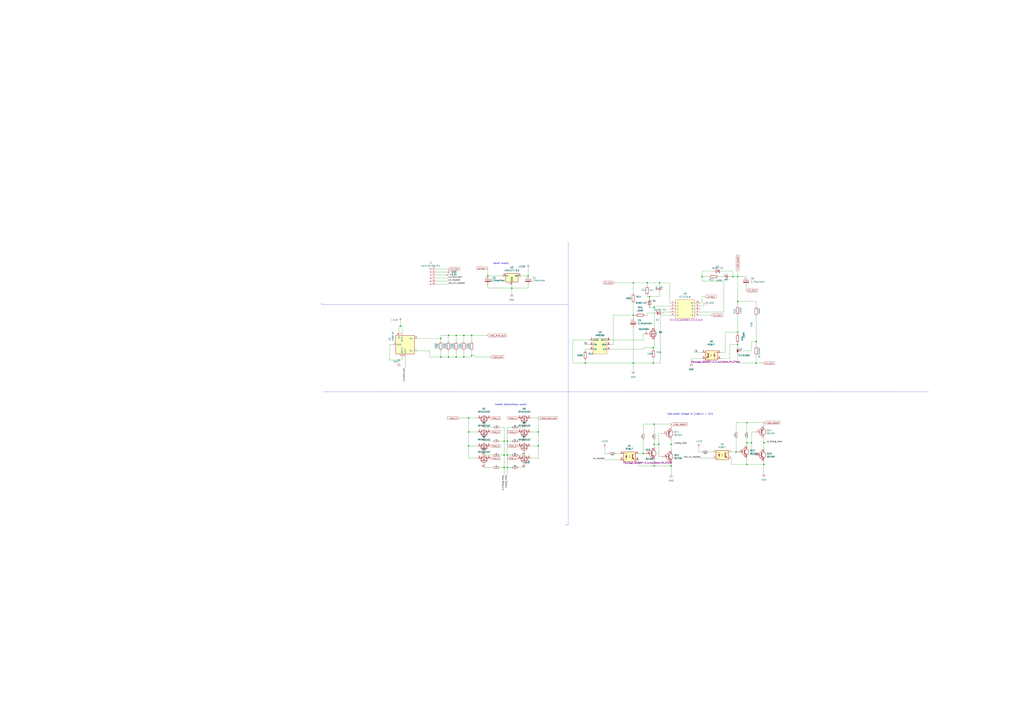
<source format=kicad_sch>
(kicad_sch (version 20231120) (generator "eeschema") (generator_version "8.0")
  (paper "A1")
  (lib_symbols
    (symbol "AP8266:AP8266"
      (property "Reference" "U" (at 2.54 12.7 0))
      (property "Value" "AP8266" (at 2.54 10.16 0))
      (symbol "AP8266_1_1"
        (pin power_in line (at -7.62 5.08 0) (length 2.54) (name "GND") (number "1"))
        (pin input line (at -7.62 1.27 0) (length 2.54) (name "FB") (number "2"))
        (pin input line (at -7.62 -2.54 0) (length 2.54) (name "TS") (number "3"))
        (pin input line (at 8.89 -2.54 180) (length 2.54) (name "CS") (number "4"))
        (pin power_in line (at 8.89 1.27 180) (length 2.54) (name "VDD") (number "5"))
        (pin output line (at 8.89 5.08 180) (length 2.54) (name "GATE") (number "6"))
      )
    )
    (symbol "Amplifier_Current:AD8418"
      (property "Reference" "U" (at -7.62 10.795 0))
      (property "Value" "AD8418" (at -7.62 8.89 0))
      (symbol "AD8418_1_1"
        (pin input line (at 5.08 10.16 270) (length 2.54) (name "IN-") (number "1"))
        (pin power_in line (at 0 -10.16 90) (length 2.54) (name "GND") (number "2"))
        (pin input line (at 10.16 -2.54 180) (length 2.54) (name "REF2") (number "3"))
        (pin no_connect line (at 2.54 -7.62 90) (length 2.54) hide (name "NC") (number "4"))
        (pin output line (at 10.16 0 180) (length 2.54) (name "OUT") (number "5"))
        (pin power_in line (at -10.16 -5.08 0) (length 2.54) (name "VS") (number "6"))
        (pin input line (at -10.16 -2.54 0) (length 2.54) (name "REF1") (number "7"))
        (pin input line (at -5.08 10.16 270) (length 2.54) (name "IN+") (number "8"))
      )
    )
    (symbol "Connector:Conn_01x06_Pin" (pin_names (offset 1.016) hide)
      (property "Reference" "J" (at 0 7.62 0))
      (property "Value" "Conn_01x06_Pin" (at 0 -10.16 0))
      (symbol "Conn_01x06_Pin_1_1"
        (pin passive line (at 5.08 5.08 180) (length 3.81) (name "Pin_1") (number "1"))
        (pin passive line (at 5.08 2.54 180) (length 3.81) (name "Pin_2") (number "2"))
        (pin passive line (at 5.08 0 180) (length 3.81) (name "Pin_3") (number "3"))
        (pin passive line (at 5.08 -2.54 180) (length 3.81) (name "Pin_4") (number "4"))
        (pin passive line (at 5.08 -5.08 180) (length 3.81) (name "Pin_5") (number "5"))
        (pin passive line (at 5.08 -7.62 180) (length 3.81) (name "Pin_6") (number "6"))
      )
    )
    (symbol "Device:C_Polarized" (pin_numbers hide) (pin_names (offset 0.254))
      (property "Reference" "C" (at 0.635 2.54 0))
      (property "Value" "C_Polarized" (at 0.635 -2.54 0))
      (symbol "C_Polarized_1_1"
        (pin passive line (at 0 3.81 270) (length 2.794) (name "~") (number "1"))
        (pin passive line (at 0 -3.81 90) (length 2.794) (name "~") (number "2"))
      )
    )
    (symbol "Device:C_Small" (pin_numbers hide) (pin_names (offset 0.254) hide)
      (property "Reference" "C" (at 0.254 1.778 0))
      (property "Value" "C_Small" (at 0.254 -2.032 0))
      (symbol "C_Small_1_1"
        (pin passive line (at 0 2.54 270) (length 2.032) (name "~") (number "1"))
        (pin passive line (at 0 -2.54 90) (length 2.032) (name "~") (number "2"))
      )
    )
    (symbol "Device:R" (pin_numbers hide) (pin_names (offset 0))
      (property "Reference" "R" (at 2.032 0 90))
      (property "Value" "R" (at 0 0 90))
      (symbol "R_1_1"
        (pin passive line (at 0 3.81 270) (length 1.27) (name "~") (number "1"))
        (pin passive line (at 0 -3.81 90) (length 1.27) (name "~") (number "2"))
      )
    )
    (symbol "Device:R_Small" (pin_numbers hide) (pin_names (offset 0.254) hide)
      (property "Reference" "R" (at 0.762 0.508 0))
      (property "Value" "R_Small" (at 0.762 -1.016 0))
      (symbol "R_Small_1_1"
        (pin passive line (at 0 2.54 270) (length 0.762) (name "~") (number "1"))
        (pin passive line (at 0 -2.54 90) (length 0.762) (name "~") (number "2"))
      )
    )
    (symbol "Diode:B160-E3" (pin_numbers hide) (pin_names hide)
      (property "Reference" "D" (at 0 2.54 0))
      (property "Value" "B160-E3" (at 0 -2.54 0))
      (symbol "B160-E3_1_1"
        (pin passive line (at -3.81 0 0) (length 2.54) (name "K") (number "1"))
        (pin passive line (at 3.81 0 180) (length 2.54) (name "A") (number "2"))
      )
    )
    (symbol "EE13_6_6:EE13_6_6" (pin_names (offset 1.016))
      (property "Reference" "U" (at -7.62 8.382 0))
      (property "Value" "EE13_6_6" (at -7.62 -10.16 0))
      (symbol "EE13_6_6_0_0"
        (pin passive line (at -12.7 5.08 0) (length 5.08) (name "1") (number "1"))
        (pin passive line (at 12.7 5.08 180) (length 5.08) (name "10") (number "10"))
        (pin passive line (at -12.7 2.54 0) (length 5.08) (name "2") (number "2"))
        (pin passive line (at -12.7 0 0) (length 5.08) (name "3") (number "3"))
        (pin passive line (at -12.7 -2.54 0) (length 5.08) (name "4") (number "4"))
        (pin passive line (at -12.7 -5.08 0) (length 5.08) (name "5") (number "5"))
        (pin passive line (at 12.7 -5.08 180) (length 5.08) (name "6") (number "6"))
        (pin passive line (at 12.7 -2.54 180) (length 5.08) (name "7") (number "7"))
        (pin passive line (at 12.7 0 180) (length 5.08) (name "8") (number "8"))
        (pin passive line (at 12.7 2.54 180) (length 5.08) (name "9") (number "9"))
      )
    )
    (symbol "Isolator:PC817" (pin_names (offset 1.016))
      (property "Reference" "U" (at -5.08 5.08 0))
      (property "Value" "PC817" (at 0 5.08 0))
      (symbol "PC817_1_1"
        (pin passive line (at -7.62 2.54 0) (length 2.54) (name "~") (number "1"))
        (pin passive line (at -7.62 -2.54 0) (length 2.54) (name "~") (number "2"))
        (pin passive line (at 7.62 -2.54 180) (length 2.54) (name "~") (number "3"))
        (pin passive line (at 7.62 2.54 180) (length 2.54) (name "~") (number "4"))
      )
    )
    (symbol "Reference_Voltage:TL431DBZ" (pin_numbers hide) (pin_names hide)
      (property "Reference" "U" (at -2.54 2.54 0))
      (property "Value" "TL431DBZ" (at 0 -2.54 0))
      (symbol "TL431DBZ_1_1"
        (pin passive line (at 2.54 0 180) (length 2.54) (name "K") (number "1"))
        (pin passive line (at 0 2.54 270) (length 2.54) (name "REF") (number "2"))
        (pin passive line (at -2.54 0 0) (length 2.54) (name "A") (number "3"))
      )
    )
    (symbol "Regulator_Linear:LM1117-3.3" (pin_names (offset 0.254))
      (property "Reference" "U" (at -3.81 3.175 0))
      (property "Value" "LM1117-3.3" (at 0 3.175 0))
      (symbol "LM1117-3.3_1_1"
        (pin power_in line (at 0 -7.62 90) (length 2.54) (name "GND") (number "1"))
        (pin power_out line (at 7.62 0 180) (length 2.54) (name "VO") (number "2"))
        (pin power_in line (at -7.62 0 0) (length 2.54) (name "VI") (number "3"))
      )
    )
    (symbol "Transistor_BJT:BCX53" (pin_names (offset 0) hide)
      (property "Reference" "Q" (at 5.08 1.905 0))
      (property "Value" "BCX53" (at 5.08 0 0))
      (symbol "BCX53_1_1"
        (pin input line (at -5.08 0 0) (length 5.08) (name "B") (number "1"))
        (pin passive line (at 2.54 5.08 270) (length 2.54) (name "C") (number "2"))
        (pin passive line (at 2.54 -5.08 90) (length 2.54) (name "E") (number "3"))
      )
    )
    (symbol "Transistor_BJT:BCX56" (pin_names (offset 0) hide)
      (property "Reference" "Q" (at 5.08 1.905 0))
      (property "Value" "BCX56" (at 5.08 0 0))
      (symbol "BCX56_1_1"
        (pin input line (at -5.08 0 0) (length 5.715) (name "B") (number "1"))
        (pin passive line (at 2.54 5.08 270) (length 2.54) (name "C") (number "2"))
        (pin passive line (at 2.54 -5.08 90) (length 2.54) (name "E") (number "3"))
      )
    )
    (symbol "Transistor_FET:AO3400A" (pin_names hide)
      (property "Reference" "Q" (at 5.08 1.905 0))
      (property "Value" "AO3400A" (at 5.08 0 0))
      (symbol "AO3400A_1_1"
        (pin input line (at -5.08 0 0) (length 2.54) (name "G") (number "1"))
        (pin passive line (at 2.54 -5.08 90) (length 2.54) (name "S") (number "2"))
        (pin passive line (at 2.54 5.08 270) (length 2.54) (name "D") (number "3"))
      )
    )
    (symbol "Transistor_FET:IRFS4310Z" (pin_names hide)
      (property "Reference" "Q" (at 5.08 1.905 0))
      (property "Value" "IRFS4310Z" (at 5.08 0 0))
      (symbol "IRFS4310Z_1_1"
        (pin passive line (at -5.08 0 0) (length 2.54) (name "G") (number "1"))
        (pin passive line (at 2.54 5.08 270) (length 2.54) (name "D") (number "2"))
        (pin passive line (at 2.54 -5.08 90) (length 2.54) (name "S") (number "3"))
      )
    )
    (symbol "power:+3.3V" (power) (pin_names (offset 0))
      (property "Value" "+3.3V" (at 0 3.556 0))
      (symbol "+3.3V_1_1"
        (pin power_in line (at 0 0 90) (length 0) hide (name "+3.3V") (number "1"))
      )
    )
    (symbol "power:GND" (power) (pin_names (offset 0))
      (property "Value" "GND" (at 0 -3.81 0))
      (symbol "GND_1_1"
        (pin power_in line (at 0 0 270) (length 0) hide (name "GND") (number "1"))
      )
    )
  )
  (junction (at 627.38 381.635))
  (junction (at 416.56 374.015))
  (junction (at 617.22 363.855))
  (junction (at 605.79 247.65))
  (junction (at 621.03 280.67))
  (junction (at 520.065 298.45))
  (junction (at 536.575 298.45))
  (junction (at 528.32 372.745))
  (junction (at 441.96 354.965))
  (junction (at 621.03 298.45))
  (junction (at 551.18 365.125))
  (junction (at 605.79 273.05))
  (junction (at 576.58 227.33))
  (junction (at 368.3 293.37))
  (junction (at 441.96 366.395))
  (junction (at 605.79 283.21))
  (junction (at 613.41 381.635))
  (junction (at 416.56 362.585))
  (junction (at 327.66 295.91))
  (junction (at 613.41 363.855))
  (junction (at 387.35 292.1))
  (junction (at 414.02 384.175))
  (junction (at 328.93 267.97))
  (junction (at 613.41 347.345))
  (junction (at 414.02 374.015))
  (junction (at 627.38 363.855))
  (junction (at 541.655 232.41))
  (junction (at 361.95 278.13))
  (junction (at 381 275.59))
  (junction (at 480.695 298.45))
  (junction (at 551.18 382.905))
  (junction (at 387.35 275.59))
  (junction (at 605.79 227.33))
  (junction (at 416.56 384.175))
  (junction (at 531.495 232.41))
  (junction (at 400.685 226.695))
  (junction (at 381 293.37))
  (junction (at 537.21 348.615))
  (junction (at 384.81 354.965))
  (junction (at 361.95 293.37))
  (junction (at 520.065 259.08))
  (junction (at 541.02 365.125))
  (junction (at 433.705 226.695))
  (junction (at 414.02 362.585))
  (junction (at 533.4 243.84))
  (junction (at 604.52 371.475))
  (junction (at 384.81 343.535))
  (junction (at 520.065 232.41))
  (junction (at 368.3 275.59))
  (junction (at 537.21 252.73))
  (junction (at 537.21 382.905))
  (junction (at 537.21 365.125))
  (junction (at 420.37 236.855))
  (junction (at 374.65 293.37))
  (junction (at 384.81 366.395))
  (junction (at 374.65 275.59))
  (junction (at 536.575 285.75))
  (junction (at 601.98 227.33))
  (wire (pts (xy 537.21 257.175) (xy 531.495 257.175)))
  (wire (pts (xy 524.51 372.745) (xy 528.32 372.745)))
  (wire (pts (xy 612.775 234.95) (xy 612.775 238.76)))
  (wire (pts (xy 389.89 293.37) (xy 389.89 292.1)))
  (wire (pts (xy 619.76 354.965) (xy 617.22 354.965)))
  (wire (pts (xy 381 293.37) (xy 374.65 293.37)))
  (wire (pts (xy 435.61 343.535) (xy 441.96 343.535)))
  (wire (pts (xy 541.02 375.285) (xy 543.56 375.285)))
  (wire (pts (xy 320.04 295.91) (xy 327.66 295.91)))
  (wire (pts (xy 617.22 280.67) (xy 617.22 288.29)))
  (wire (pts (xy 617.22 280.67) (xy 621.03 280.67)))
  (wire (pts (xy 575.31 256.54) (xy 594.36 256.54)))
  (wire (pts (xy 501.015 287.02) (xy 528.955 287.02)))
  (wire (pts (xy 480.695 298.45) (xy 520.065 298.45)))
  (wire (pts (xy 537.21 251.46) (xy 549.91 251.46)))
  (wire (pts (xy 405.13 374.015) (xy 397.51 374.015)))
  (wire (pts (xy 425.45 384.175) (xy 430.53 384.175)))
  (wire (pts (xy 358.14 231.14) (xy 368.3 231.14)))
  (wire (pts (xy 541.655 232.41) (xy 549.91 232.41)))
  (wire (pts (xy 504.825 232.41) (xy 520.065 232.41)))
  (wire (pts (xy 520.065 232.41) (xy 531.495 232.41)))
  (wire (pts (xy 332.74 302.26) (xy 332.74 293.37)))
  (wire (pts (xy 416.56 351.155) (xy 416.56 362.585)))
  (wire (pts (xy 441.96 354.965) (xy 441.96 366.395)))
  (wire (pts (xy 416.56 374.015) (xy 416.56 384.175)))
  (wire (pts (xy 330.2 295.91) (xy 327.66 295.91)))
  (wire (pts (xy 541.655 243.84) (xy 541.655 240.03)))
  (wire (pts (xy 551.18 348.615) (xy 551.18 351.155)))
  (wire (pts (xy 420.37 374.015) (xy 416.56 374.015)))
  (wire (pts (xy 605.79 290.83) (xy 605.79 298.45)))
  (wire (pts (xy 570.23 289.56) (xy 576.58 289.56)))
  (wire (pts (xy 320.04 295.91) (xy 320.04 283.21)))
  (wire (pts (xy 627.38 379.095) (xy 627.38 381.635)))
  (wire (pts (xy 543.56 356.235) (xy 541.02 356.235)))
  (wire (pts (xy 551.18 382.905) (xy 551.18 389.89)))
  (wire (pts (xy 549.91 248.92) (xy 549.91 232.41)))
  (wire (pts (xy 322.58 283.21) (xy 320.04 283.21)))
  (wire (pts (xy 501.015 283.21) (xy 503.555 283.21)))
  (wire (pts (xy 531.495 257.175) (xy 531.495 259.08)))
  (wire (pts (xy 604.52 354.965) (xy 604.52 347.345)))
  (wire (pts (xy 613.41 363.855) (xy 617.22 363.855)))
  (wire (pts (xy 544.83 256.54) (xy 544.83 257.175)))
  (wire (pts (xy 327.66 267.97) (xy 328.93 267.97)))
  (wire (pts (xy 600.71 381.635) (xy 613.41 381.635)))
  (wire (pts (xy 520.065 259.08) (xy 520.065 261.62)))
  (wire (pts (xy 433.705 236.855) (xy 420.37 236.855)))
  (wire (pts (xy 425.45 351.155) (xy 430.53 351.155)))
  (wire (pts (xy 604.52 360.045) (xy 604.52 371.475)))
  (wire (pts (xy 528.955 287.02) (xy 528.955 285.75)))
  (wire (pts (xy 613.41 376.555) (xy 613.41 381.635)))
  (wire (pts (xy 613.41 363.855) (xy 613.41 366.395)))
  (wire (pts (xy 420.37 236.855) (xy 420.37 241.3)))
  (wire (pts (xy 600.71 376.555) (xy 600.71 381.635)))
  (wire (pts (xy 528.955 285.75) (xy 536.575 285.75)))
  (wire (pts (xy 358.14 223.52) (xy 367.03 223.52)))
  (wire (pts (xy 410.21 351.155) (xy 414.02 351.155)))
  (wire (pts (xy 368.3 293.37) (xy 361.95 293.37)))
  (wire (pts (xy 605.79 281.94) (xy 605.79 283.21)))
  (wire (pts (xy 384.81 354.965) (xy 384.81 366.395)))
  (wire (pts (xy 605.79 251.46) (xy 605.79 247.65)))
  (wire (pts (xy 589.915 227.33) (xy 594.36 227.33)))
  (wire (pts (xy 621.03 298.45) (xy 626.745 298.45)))
  (wire (pts (xy 441.96 366.395) (xy 441.96 376.555)))
  (wire (pts (xy 537.21 348.615) (xy 551.18 348.615)))
  (wire (pts (xy 384.81 366.395) (xy 392.43 366.395)))
  (polyline (pts (xy 466.725 199.39) (xy 466.725 431.165)) (stroke (width 0) (type dash)))
  (wire (pts (xy 361.95 280.67) (xy 361.95 278.13)))
  (wire (pts (xy 617.22 354.965) (xy 617.22 363.855)))
  (wire (pts (xy 537.21 382.905) (xy 551.18 382.905)))
  (wire (pts (xy 427.99 226.695) (xy 433.705 226.695)))
  (wire (pts (xy 433.705 220.345) (xy 433.705 226.695)))
  (wire (pts (xy 567.69 294.64) (xy 567.69 298.45)))
  (wire (pts (xy 384.81 343.535) (xy 384.81 354.965)))
  (wire (pts (xy 575.31 376.555) (xy 585.47 376.555)))
  (wire (pts (xy 576.58 231.14) (xy 576.58 227.33)))
  (wire (pts (xy 613.41 360.045) (xy 613.41 363.855)))
  (wire (pts (xy 420.37 362.585) (xy 416.56 362.585)))
  (wire (pts (xy 537.21 348.615) (xy 537.21 356.235)))
  (wire (pts (xy 381 288.29) (xy 381 293.37)))
  (wire (pts (xy 576.58 222.885) (xy 576.58 227.33)))
  (wire (pts (xy 374.65 275.59) (xy 381 275.59)))
  (wire (pts (xy 551.18 365.125) (xy 553.72 365.125)))
  (wire (pts (xy 377.19 343.535) (xy 384.81 343.535)))
  (wire (pts (xy 389.89 292.1) (xy 387.35 292.1)))
  (wire (pts (xy 441.96 376.555) (xy 435.61 376.555)))
  (wire (pts (xy 368.3 275.59) (xy 368.3 280.67)))
  (wire (pts (xy 536.575 285.75) (xy 536.575 287.02)))
  (wire (pts (xy 576.58 294.64) (xy 567.69 294.64)))
  (wire (pts (xy 533.4 243.84) (xy 541.655 243.84)))
  (wire (pts (xy 542.29 259.08) (xy 542.29 298.45)))
  (wire (pts (xy 361.95 293.37) (xy 361.95 288.29)))
  (wire (pts (xy 531.495 232.41) (xy 541.655 232.41)))
  (wire (pts (xy 627.38 363.855) (xy 629.92 363.855)))
  (wire (pts (xy 613.41 347.345) (xy 627.38 347.345)))
  (wire (pts (xy 627.38 347.345) (xy 627.38 349.885)))
  (wire (pts (xy 582.295 227.33) (xy 576.58 227.33)))
  (wire (pts (xy 435.61 354.965) (xy 441.96 354.965)))
  (wire (pts (xy 387.35 292.1) (xy 387.35 293.37)))
  (wire (pts (xy 577.85 248.92) (xy 577.85 251.46)))
  (wire (pts (xy 410.21 374.015) (xy 414.02 374.015)))
  (wire (pts (xy 600.71 371.475) (xy 604.52 371.475)))
  (wire (pts (xy 470.535 279.4) (xy 470.535 298.45)))
  (wire (pts (xy 528.32 274.32) (xy 529.59 274.32)))
  (wire (pts (xy 425.45 362.585) (xy 430.53 362.585)))
  (wire (pts (xy 605.79 273.05) (xy 605.79 274.32)))
  (wire (pts (xy 528.32 356.235) (xy 528.32 348.615)))
  (wire (pts (xy 484.505 279.4) (xy 470.535 279.4)))
  (wire (pts (xy 520.065 269.24) (xy 520.065 298.45)))
  (wire (pts (xy 496.57 377.825) (xy 509.27 377.825)))
  (wire (pts (xy 353.06 293.37) (xy 361.95 293.37)))
  (wire (pts (xy 520.065 298.45) (xy 520.065 304.8)))
  (wire (pts (xy 621.03 247.65) (xy 605.79 247.65)))
  (wire (pts (xy 400.685 236.855) (xy 420.37 236.855)))
  (wire (pts (xy 594.36 231.14) (xy 576.58 231.14)))
  (wire (pts (xy 621.03 292.1) (xy 621.03 298.45)))
  (wire (pts (xy 591.82 294.64) (xy 599.44 294.64)))
  (wire (pts (xy 496.57 372.745) (xy 500.38 372.745)))
  (wire (pts (xy 593.09 222.885) (xy 601.98 222.885)))
  (wire (pts (xy 613.41 347.345) (xy 613.41 354.965)))
  (wire (pts (xy 384.81 376.555) (xy 392.43 376.555)))
  (wire (pts (xy 410.21 362.585) (xy 414.02 362.585)))
  (wire (pts (xy 551.18 365.125) (xy 551.18 370.205)))
  (wire (pts (xy 441.96 343.535) (xy 441.96 354.965)))
  (wire (pts (xy 327.66 273.05) (xy 327.66 267.97)))
  (wire (pts (xy 414.02 362.585) (xy 414.02 374.015)))
  (wire (pts (xy 536.575 298.45) (xy 536.575 294.64)))
  (wire (pts (xy 420.37 351.155) (xy 416.56 351.155)))
  (wire (pts (xy 551.18 380.365) (xy 551.18 382.905)))
  (wire (pts (xy 387.35 293.37) (xy 381 293.37)))
  (wire (pts (xy 529.59 259.08) (xy 531.495 259.08)))
  (wire (pts (xy 541.02 365.125) (xy 541.02 375.285)))
  (wire (pts (xy 520.065 232.41) (xy 520.065 241.3)))
  (wire (pts (xy 505.46 372.745) (xy 509.27 372.745)))
  (wire (pts (xy 612.775 227.33) (xy 605.79 227.33)))
  (wire (pts (xy 374.65 275.59) (xy 374.65 280.67)))
  (wire (pts (xy 368.3 275.59) (xy 374.65 275.59)))
  (wire (pts (xy 358.14 228.6) (xy 368.3 228.6)))
  (wire (pts (xy 387.35 275.59) (xy 387.35 280.67)))
  (wire (pts (xy 420.37 384.175) (xy 416.56 384.175)))
  (wire (pts (xy 537.21 361.315) (xy 537.21 365.125)))
  (polyline (pts (xy 264.16 248.92) (xy 264.16 250.19)) (stroke (width 0) (type dash)))
  (wire (pts (xy 496.57 367.665) (xy 496.57 372.745)))
  (wire (pts (xy 358.14 233.68) (xy 368.3 233.68)))
  (wire (pts (xy 425.45 374.015) (xy 430.53 374.015)))
  (wire (pts (xy 608.33 288.29) (xy 617.22 288.29)))
  (wire (pts (xy 387.35 288.29) (xy 387.35 292.1)))
  (wire (pts (xy 537.21 377.825) (xy 537.21 382.905)))
  (wire (pts (xy 579.12 248.92) (xy 577.85 248.92)))
  (wire (pts (xy 537.21 251.46) (xy 537.21 252.73)))
  (wire (pts (xy 533.4 243.84) (xy 533.4 245.11)))
  (wire (pts (xy 480.695 287.02) (xy 484.505 287.02)))
  (wire (pts (xy 342.9 288.29) (xy 353.06 288.29)))
  (wire (pts (xy 604.52 347.345) (xy 613.41 347.345)))
  (wire (pts (xy 627.38 360.045) (xy 627.38 363.855)))
  (wire (pts (xy 400.685 234.315) (xy 400.685 236.855)))
  (wire (pts (xy 601.98 227.33) (xy 605.79 227.33)))
  (wire (pts (xy 384.81 366.395) (xy 384.81 376.555)))
  (wire (pts (xy 328.93 267.97) (xy 330.2 267.97)))
  (wire (pts (xy 595.63 273.05) (xy 595.63 289.56)))
  (wire (pts (xy 621.03 280.67) (xy 621.03 284.48)))
  (wire (pts (xy 599.44 294.64) (xy 599.44 283.21)))
  (wire (pts (xy 368.3 288.29) (xy 368.3 293.37)))
  (wire (pts (xy 577.85 251.46) (xy 575.31 251.46)))
  (wire (pts (xy 531.495 243.84) (xy 533.4 243.84)))
  (wire (pts (xy 542.29 298.45) (xy 536.575 298.45)))
  (wire (pts (xy 537.21 252.73) (xy 537.21 269.24)))
  (wire (pts (xy 470.535 298.45) (xy 480.695 298.45)))
  (wire (pts (xy 551.18 361.315) (xy 551.18 365.125)))
  (wire (pts (xy 542.29 259.08) (xy 549.91 259.08)))
  (wire (pts (xy 537.21 285.75) (xy 536.575 285.75)))
  (wire (pts (xy 621.03 259.715) (xy 621.03 280.67)))
  (wire (pts (xy 576.58 222.885) (xy 585.47 222.885)))
  (wire (pts (xy 414.02 351.155) (xy 414.02 362.585)))
  (wire (pts (xy 414.02 384.175) (xy 414.02 390.525)))
  (wire (pts (xy 575.31 248.92) (xy 576.58 248.92)))
  (wire (pts (xy 520.065 248.92) (xy 520.065 259.08)))
  (wire (pts (xy 537.21 279.4) (xy 537.21 285.75)))
  (wire (pts (xy 405.13 351.155) (xy 397.51 351.155)))
  (wire (pts (xy 410.21 384.175) (xy 414.02 384.175)))
  (wire (pts (xy 621.03 252.095) (xy 621.03 247.65)))
  (wire (pts (xy 591.82 289.56) (xy 595.63 289.56)))
  (wire (pts (xy 594.36 256.54) (xy 594.36 231.14)))
  (wire (pts (xy 520.065 298.45) (xy 536.575 298.45)))
  (polyline (pts (xy 265.43 321.945) (xy 466.09 321.945)) (stroke (width 0) (type dash)))
  (wire (pts (xy 528.32 279.4) (xy 528.32 274.32)))
  (wire (pts (xy 353.06 288.29) (xy 353.06 293.37)))
  (wire (pts (xy 327.66 295.91) (xy 327.66 298.45)))
  (wire (pts (xy 433.705 234.315) (xy 433.705 236.855)))
  (wire (pts (xy 435.61 366.395) (xy 441.96 366.395)))
  (wire (pts (xy 358.14 220.98) (xy 368.3 220.98)))
  (wire (pts (xy 400.685 220.345) (xy 400.685 226.695)))
  (wire (pts (xy 342.9 278.13) (xy 361.95 278.13)))
  (wire (pts (xy 604.52 371.475) (xy 605.79 371.475)))
  (wire (pts (xy 617.22 363.855) (xy 617.22 374.015)))
  (wire (pts (xy 361.95 275.59) (xy 368.3 275.59)))
  (wire (pts (xy 574.04 371.475) (xy 576.58 371.475)))
  (wire (pts (xy 520.065 259.08) (xy 521.97 259.08)))
  (wire (pts (xy 605.79 222.885) (xy 605.79 227.33)))
  (wire (pts (xy 601.98 222.885) (xy 601.98 227.33)))
  (wire (pts (xy 613.41 381.635) (xy 627.38 381.635)))
  (wire (pts (xy 627.38 381.635) (xy 627.38 389.255)))
  (wire (pts (xy 601.98 227.33) (xy 599.44 227.33)))
  (wire (pts (xy 531.495 232.41) (xy 531.495 234.95)))
  (wire (pts (xy 605.79 273.05) (xy 595.63 273.05)))
  (wire (pts (xy 617.22 374.015) (xy 619.76 374.015)))
  (wire (pts (xy 605.79 259.08) (xy 605.79 273.05)))
  (wire (pts (xy 416.56 362.585) (xy 416.56 374.015)))
  (wire (pts (xy 599.44 283.21) (xy 605.79 283.21)))
  (wire (pts (xy 627.38 363.855) (xy 627.38 368.935)))
  (wire (pts (xy 389.89 293.37) (xy 402.59 293.37)))
  (wire (pts (xy 605.79 298.45) (xy 621.03 298.45)))
  (wire (pts (xy 544.83 256.54) (xy 549.91 256.54)))
  (wire (pts (xy 533.4 252.73) (xy 537.21 252.73)))
  (wire (pts (xy 479.425 283.21) (xy 484.505 283.21)))
  (wire (pts (xy 537.21 365.125) (xy 541.02 365.125)))
  (wire (pts (xy 374.65 288.29) (xy 374.65 293.37)))
  (wire (pts (xy 576.58 243.84) (xy 576.58 248.92)))
  (wire (pts (xy 361.95 278.13) (xy 361.95 275.59)))
  (wire (pts (xy 480.695 295.91) (xy 480.695 298.45)))
  (wire (pts (xy 503.555 259.08) (xy 520.065 259.08)))
  (polyline (pts (xy 464.82 431.165) (xy 464.82 431.8)) (stroke (width 0) (type dash)))
  (wire (pts (xy 575.31 259.08) (xy 584.2 259.08)))
  (wire (pts (xy 328.93 267.97) (xy 328.93 264.16)))
  (wire (pts (xy 330.2 267.97) (xy 330.2 273.05)))
  (polyline (pts (xy 466.725 250.19) (xy 264.16 250.19)) (stroke (width 0) (type dash)))
  (wire (pts (xy 528.32 372.745) (xy 529.59 372.745)))
  (wire (pts (xy 420.37 234.315) (xy 420.37 236.855)))
  (wire (pts (xy 574.04 367.665) (xy 574.04 371.475)))
  (wire (pts (xy 374.65 293.37) (xy 368.3 293.37)))
  (wire (pts (xy 384.81 354.965) (xy 392.43 354.965)))
  (wire (pts (xy 387.35 275.59) (xy 400.05 275.59)))
  (wire (pts (xy 605.79 283.21) (xy 605.79 285.75)))
  (wire (pts (xy 480.695 288.29) (xy 480.695 287.02)))
  (wire (pts (xy 500.38 279.4) (xy 528.32 279.4)))
  (polyline (pts (xy 466.725 431.165) (xy 464.82 431.165)) (stroke (width 0) (type dash)))
  (wire (pts (xy 605.79 227.33) (xy 605.79 247.65)))
  (wire (pts (xy 381 275.59) (xy 387.35 275.59)))
  (wire (pts (xy 541.02 356.235) (xy 541.02 365.125)))
  (wire (pts (xy 524.51 377.825) (xy 524.51 382.905)))
  (wire (pts (xy 412.75 226.695) (xy 400.685 226.695)))
  (wire (pts (xy 528.32 348.615) (xy 537.21 348.615)))
  (wire (pts (xy 576.58 243.84) (xy 579.12 243.84)))
  (wire (pts (xy 541.655 232.41) (xy 541.655 234.95)))
  (wire (pts (xy 405.13 362.585) (xy 397.51 362.585)))
  (wire (pts (xy 392.43 343.535) (xy 384.81 343.535)))
  (wire (pts (xy 405.13 384.175) (xy 397.51 384.175)))
  (wire (pts (xy 414.02 374.015) (xy 414.02 384.175)))
  (wire (pts (xy 416.56 384.175) (xy 416.56 390.525)))
  (wire (pts (xy 330.2 293.37) (xy 330.2 295.91)))
  (wire (pts (xy 581.66 371.475) (xy 585.47 371.475)))
  (wire (pts (xy 531.495 242.57) (xy 531.495 243.84)))
  (wire (pts (xy 528.32 361.315) (xy 528.32 372.745)))
  (polyline (pts (xy 466.725 321.945) (xy 762.635 321.945)) (stroke (width 0) (type dash)))
  (wire (pts (xy 381 275.59) (xy 381 280.67)))
  (wire (pts (xy 524.51 382.905) (xy 537.21 382.905)))
  (wire (pts (xy 537.21 365.125) (xy 537.21 367.665)))
  (wire (pts (xy 503.555 259.08) (xy 503.555 283.21)))
  (wire (pts (xy 358.14 226.06) (xy 365.76 226.06)))
  (text "+bat_boost voltage is (+bat_in + 12v)\n" (at 547.37 340.995 0) (effects (font (size 1.27 1.27)) (justify left bottom)))
  (text "mosfet bidirectional switch" (at 406.4 333.375 0) (effects (font (size 1.27 1.27)) (justify left bottom)))
  (text "power supply" (at 405.13 217.17 0) (effects (font (size 1.27 1.27)) (justify left bottom)))
  (label "FB" (at 479.425 283.21 0))
  (label "dis_ch_mosfet" (at 575.31 376.555 180))
  (label "current_sen" (at 332.74 302.26 270))
  (label "current_sen" (at 368.3 228.6 0))
  (label "charg_mos" (at 553.72 365.125 0))
  (label "dis_ch_mosfet" (at 368.3 233.68 0))
  (label "d_charg_mos" (at 629.92 363.855 0))
  (label "ch_mosfet" (at 496.57 377.825 180))
  (label "FB" (at 570.23 289.56 0))
  (label "ch_mosfet" (at 368.3 231.14 0))
  (label "charg_mos" (at 416.56 390.525 270))
  (label "d_charg_mos" (at 414.02 390.525 270))
  (global_label "Hv_Cell" (shape input) (at 612.775 238.76 0) (property "Intersheetrefs" "${INTERSHEET_REFS}" (effects (hide yes))))
  (global_label "Hv_Cell" (shape input) (at 368.3 220.98 0) (property "Intersheetrefs" "${INTERSHEET_REFS}" (effects (hide yes))))
  (global_label "+bat_boost" (shape input) (at 551.18 348.615 0) (property "Intersheetrefs" "${INTERSHEET_REFS}" (effects (hide yes))))
  (global_label "mos_s" (shape input) (at 425.45 354.965 180) (property "Intersheetrefs" "${INTERSHEET_REFS}" (effects (hide yes))))
  (global_label "+bat_mos_out" (shape input) (at 400.05 275.59 0) (property "Intersheetrefs" "${INTERSHEET_REFS}" (effects (hide yes))))
  (global_label "mos_s" (shape input) (at 402.59 354.965 0) (property "Intersheetrefs" "${INTERSHEET_REFS}" (effects (hide yes))))
  (global_label "mos_s" (shape input) (at 425.45 366.395 180) (property "Intersheetrefs" "${INTERSHEET_REFS}" (effects (hide yes))))
  (global_label "unreg+" (shape input) (at 400.685 220.345 180) (property "Intersheetrefs" "${INTERSHEET_REFS}" (effects (hide yes))))
  (global_label "+bat_boost" (shape input) (at 605.79 222.885 90) (property "Intersheetrefs" "${INTERSHEET_REFS}" (effects (hide yes))))
  (global_label "mos_s" (shape input) (at 402.59 343.535 0) (property "Intersheetrefs" "${INTERSHEET_REFS}" (effects (hide yes))))
  (global_label "unreg+" (shape input) (at 579.12 243.84 0) (property "Intersheetrefs" "${INTERSHEET_REFS}" (effects (hide yes))))
  (global_label "Hv_Cell" (shape input) (at 626.745 298.45 0) (property "Intersheetrefs" "${INTERSHEET_REFS}" (effects (hide yes))))
  (global_label "+bat_out" (shape input) (at 402.59 293.37 0) (property "Intersheetrefs" "${INTERSHEET_REFS}" (effects (hide yes))))
  (global_label "+bat_mos_out" (shape input) (at 441.96 343.535 0) (property "Intersheetrefs" "${INTERSHEET_REFS}" (effects (hide yes))))
  (global_label "+bat_boost" (shape input) (at 627.38 347.345 0) (property "Intersheetrefs" "${INTERSHEET_REFS}" (effects (hide yes))))
  (global_label "+bat_in" (shape input) (at 377.19 343.535 180) (property "Intersheetrefs" "${INTERSHEET_REFS}" (effects (hide yes))))
  (global_label "Hv_Cell" (shape input) (at 584.2 259.08 0) (property "Intersheetrefs" "${INTERSHEET_REFS}" (effects (hide yes))))
  (global_label "Hv_Cell" (shape input) (at 504.825 232.41 180) (property "Intersheetrefs" "${INTERSHEET_REFS}" (effects (hide yes))))
  (global_label "mos_s" (shape input) (at 402.59 366.395 0) (property "Intersheetrefs" "${INTERSHEET_REFS}" (effects (hide yes))))
  (global_label "mos_s" (shape input) (at 425.45 376.555 180) (property "Intersheetrefs" "${INTERSHEET_REFS}" (effects (hide yes))))
  (global_label "mos_s" (shape input) (at 402.59 376.555 0) (property "Intersheetrefs" "${INTERSHEET_REFS}" (effects (hide yes))))
  (global_label "mos_s" (shape input) (at 425.45 343.535 180) (property "Intersheetrefs" "${INTERSHEET_REFS}" (effects (hide yes))))
  (symbol (lib_id "Device:R_Small") (at 422.91 362.585 270) (mirror x) (unit 1)
    (property "Reference" "R7" (at 422.91 361.315 90) (effects (font (size 0.5 0.5))))
    (property "Value" "10" (at 422.91 362.585 90) (effects (font (size 0.5 0.5))))
    (property "Footprint" "Resistor_SMD:R_0402_1005Metric" (effects (hide yes)))
  )
  (symbol (lib_id "Device:R") (at 621.03 255.905 180) (unit 1)
    (property "Reference" "R26" (at 617.22 266.7 90))
    (property "Value" "100R" (at 623.57 255.905 90))
    (property "Footprint" "Resistor_SMD:R_0402_1005Metric" (effects (hide yes)))
  )
  (symbol (lib_id "Device:R_Small") (at 407.67 362.585 90) (unit 1)
    (property "Reference" "R2" (at 407.67 361.315 90) (effects (font (size 0.5 0.5))))
    (property "Value" "10" (at 407.67 362.585 90) (effects (font (size 0.5 0.5))))
    (property "Footprint" "Resistor_SMD:R_0402_1005Metric" (effects (hide yes)))
  )
  (symbol (lib_id "Device:R") (at 368.3 284.48 180) (unit 1)
    (property "Reference" "R29" (at 364.49 286.258 90) (effects (justify right)))
    (property "Value" "100R" (at 366.014 287.02 90) (effects (justify right)))
    (property "Footprint" "Resistor_SMD:R_2512_6332Metric_Pad1.40x3.35mm_HandSolder" (effects (hide yes)))
  )
  (symbol (lib_id "Transistor_BJT:BCX56") (at 610.87 371.475 0) (unit 1)
    (property "Reference" "Q13" (at 615.95 370.2049 0) (effects (justify left)))
    (property "Value" "BCX56" (at 615.95 372.7449 0) (effects (justify left)))
    (property "Footprint" "Package_TO_SOT_SMD:SOT-89-3" (effects (hide yes)))
    (property "Datasheet" "http://cache.nxp.com/documents/data_sheet/BCP56_BCX56_BC56PA.pdf?pspll=1" (effects (hide yes)))
  )
  (symbol (lib_id "Device:R") (at 586.105 227.33 90) (unit 1)
    (property "Reference" "R21" (at 584.2 229.87 90))
    (property "Value" "100R" (at 590.55 230.505 90))
    (property "Footprint" "Resistor_SMD:R_0402_1005Metric" (effects (hide yes)))
  )
  (symbol (lib_id "Transistor_BJT:BCX56") (at 624.84 374.015 0) (unit 1)
    (property "Reference" "Q15" (at 629.92 372.7449 0) (effects (justify left)))
    (property "Value" "BCX56" (at 629.92 375.2849 0) (effects (justify left)))
    (property "Footprint" "Package_TO_SOT_SMD:SOT-89-3" (effects (hide yes)))
    (property "Datasheet" "http://cache.nxp.com/documents/data_sheet/BCP56_BCX56_BC56PA.pdf?pspll=1" (effects (hide yes)))
  )
  (symbol (lib_id "power:GND") (at 367.03 223.52 90) (unit 1)
    (property "Reference" "#PWR014" (effects (hide yes)))
    (property "Value" "GND" (at 370.84 223.5199 90) (effects (justify right)))
  )
  (symbol (lib_id "Device:R_Small") (at 502.92 372.745 270) (unit 1)
    (property "Reference" "R13" (at 502.92 374.015 90) (effects (font (size 0.5 0.5))))
    (property "Value" "220" (at 502.92 372.745 90) (effects (font (size 0.5 0.5))))
    (property "Footprint" "Resistor_SMD:R_0402_1005Metric" (effects (hide yes)))
  )
  (symbol (lib_id "Device:R_Small") (at 537.21 358.775 180) (unit 1)
    (property "Reference" "R19" (at 535.94 358.775 90) (effects (font (size 0.5 0.5))))
    (property "Value" "4.7k" (at 537.21 358.775 90) (effects (font (size 0.5 0.5))))
    (property "Footprint" "Resistor_SMD:R_0402_1005Metric" (effects (hide yes)))
  )
  (symbol (lib_id "Device:R") (at 525.78 259.08 90) (unit 1)
    (property "Reference" "R15" (at 525.78 252.73 90))
    (property "Value" "100R" (at 525.78 255.27 90))
    (property "Footprint" "Resistor_SMD:R_0402_1005Metric" (effects (hide yes)))
  )
  (symbol (lib_id "power:GND") (at 567.69 298.45 0) (unit 1)
    (property "Reference" "#PWR08" (effects (hide yes)))
    (property "Value" "GND" (at 567.69 303.53 0))
  )
  (symbol (lib_id "EE13_6_6:EE13_6_6") (at 562.61 254 0) (unit 1)
    (property "Reference" "U8" (at 562.61 241.3 0))
    (property "Value" "EE13_6_6" (at 562.61 243.84 0))
    (property "Footprint" "EE13_6_6:BOBBIN_EE13_6_6" (at 563.626 263.652 0) (effects (justify bottom)))
    (property "MF" "Wurth Electronics Inc" (effects (hide yes)))
    (property "MAXIMUM_PACKAGE_HEIGHT" "15.24mm" (effects (hide yes)))
    (property "Package" "Package" (effects (hide yes)))
    (property "Price" "None" (effects (hide yes)))
    (property "Check_prices" "https://www.snapeda.com/parts/EE13/6/6/Wurth+Electronics/view-part/?ref=eda" (effects (hide yes)))
    (property "STANDARD" "Manufacturer Recommendations" (effects (hide yes)))
    (property "PARTREV" "11/19" (effects (hide yes)))
    (property "SnapEDA_Link" "https://www.snapeda.com/parts/EE13/6/6/Wurth+Electronics/view-part/?ref=snap" (effects (hide yes)))
    (property "MP" "EE13/6/6" (effects (hide yes)))
    (property "Description_1" "\nOFFLINE TRANSFORMER 6W EE13/7/6\n" (effects (hide yes)))
    (property "Availability" "Not in stock" (effects (hide yes)))
    (property "MANUFACTURER" "Wurth Electronics" (effects (hide yes)))
  )
  (symbol (lib_id "power:GND") (at 551.18 389.89 0) (unit 1)
    (property "Reference" "#PWR07" (effects (hide yes)))
    (property "Value" "GND" (at 551.18 394.97 0))
  )
  (symbol (lib_id "Device:C_Polarized") (at 400.685 230.505 0) (unit 1)
    (property "Reference" "C2" (at 404.495 228.3459 0) (effects (justify left)))
    (property "Value" "C_Polarized" (at 403.225 230.505 0) (effects (justify left)))
    (property "Footprint" "Capacitor_SMD:CP_Elec_3x5.4" (effects (hide yes)))
  )
  (symbol (lib_id "Transistor_FET:IRFS4310Z") (at 430.53 346.075 270) (mirror x) (unit 1)
    (property "Reference" "Q5" (at 430.53 335.915 90))
    (property "Value" "IRFS4310Z" (at 430.53 338.455 90))
    (property "Footprint" "Package_TO_SOT_SMD:TO-263-2" (effects (hide yes)))
    (property "Datasheet" "https://www.infineon.com/dgdl/irfb4310zpbf.pdf?fileId=5546d462533600a4015356161b4d1e2d" (effects (hide yes)))
  )
  (symbol (lib_id "Transistor_BJT:BCX53") (at 624.84 354.965 0) (mirror x) (unit 1)
    (property "Reference" "Q14" (at 629.92 353.6949 0) (effects (justify left)))
    (property "Value" "BCX53" (at 629.92 356.2349 0) (effects (justify left)))
    (property "Footprint" "Package_TO_SOT_SMD:SOT-89-3" (effects (hide yes)))
    (property "Datasheet" "http://www.infineon.com/dgdl/bcx51_bcx52_bcx53.pdf" (effects (hide yes)))
  )
  (symbol (lib_id "Device:R_Small") (at 422.91 384.175 270) (mirror x) (unit 1)
    (property "Reference" "R9" (at 422.91 382.905 90) (effects (font (size 0.5 0.5))))
    (property "Value" "10" (at 422.91 384.175 90) (effects (font (size 0.5 0.5))))
    (property "Footprint" "Resistor_SMD:R_0402_1005Metric" (effects (hide yes)))
  )
  (symbol (lib_id "Transistor_BJT:BCX53") (at 548.64 356.235 0) (mirror x) (unit 1)
    (property "Reference" "Q11" (at 553.72 354.9649 0) (effects (justify left)))
    (property "Value" "BCX53" (at 553.72 357.5049 0) (effects (justify left)))
    (property "Footprint" "Package_TO_SOT_SMD:SOT-89-3" (effects (hide yes)))
    (property "Datasheet" "http://www.infineon.com/dgdl/bcx51_bcx52_bcx53.pdf" (effects (hide yes)))
  )
  (symbol (lib_id "Device:R") (at 621.03 288.29 180) (unit 1)
    (property "Reference" "R27" (at 623.57 292.1 90))
    (property "Value" "100R" (at 623.57 288.29 90))
    (property "Footprint" "Resistor_SMD:R_0402_1005Metric" (effects (hide yes)))
  )
  (symbol (lib_id "Device:C_Polarized") (at 433.705 230.505 0) (unit 1)
    (property "Reference" "C4" (at 437.515 228.3459 0) (effects (justify left)))
    (property "Value" "C_Polarized" (at 436.245 230.505 0) (effects (justify left)))
    (property "Footprint" "Capacitor_SMD:CP_Elec_3x5.4" (effects (hide yes)))
  )
  (symbol (lib_id "power:+3.3V") (at 496.57 367.665 0) (mirror y) (unit 1)
    (property "Reference" "#PWR05" (effects (hide yes)))
    (property "Value" "+3.3V" (at 496.57 362.585 0))
  )
  (symbol (lib_id "Device:R") (at 605.79 278.13 180) (unit 1)
    (property "Reference" "R24" (at 609.6 278.13 90))
    (property "Value" "100R" (at 610.87 275.59 90))
    (property "Footprint" "Resistor_SMD:R_0402_1005Metric" (effects (hide yes)))
  )
  (symbol (lib_id "Diode:B160-E3") (at 533.4 248.92 270) (unit 1)
    (property "Reference" "D1" (at 535.94 247.3324 90) (effects (justify left)))
    (property "Value" "B160-E3" (at 521.97 248.92 90) (effects (justify left)))
    (property "Footprint" "Diode_SMD:D_SOD-123F" (effects (hide yes)))
    (property "Datasheet" "http://www.vishay.com/docs/88946/b120.pdf" (effects (hide yes)))
  )
  (symbol (lib_id "power:GND") (at 327.66 298.45 0) (unit 1)
    (property "Reference" "#PWR016" (effects (hide yes)))
    (property "Value" "GND" (at 324.866 297.18 0))
  )
  (symbol (lib_id "power:GND") (at 579.12 248.92 90) (unit 1)
    (property "Reference" "#PWR010" (effects (hide yes)))
    (property "Value" "GND" (at 582.295 248.9199 90) (effects (justify right)))
  )
  (symbol (lib_id "Device:R_Small") (at 407.67 384.175 90) (unit 1)
    (property "Reference" "R4" (at 407.67 382.905 90) (effects (font (size 0.5 0.5))))
    (property "Value" "10" (at 407.67 384.175 90) (effects (font (size 0.5 0.5))))
    (property "Footprint" "Resistor_SMD:R_0402_1005Metric" (effects (hide yes)))
  )
  (symbol (lib_id "Transistor_FET:IRFS4310Z") (at 397.51 357.505 90) (unit 1)
    (property "Reference" "Q2" (at 397.51 347.345 90))
    (property "Value" "IRFS4310Z" (at 397.51 349.885 90))
    (property "Footprint" "Package_TO_SOT_SMD:TO-263-2" (effects (hide yes)))
    (property "Datasheet" "https://www.infineon.com/dgdl/irfb4310zpbf.pdf?fileId=5546d462533600a4015356161b4d1e2d" (effects (hide yes)))
  )
  (symbol (lib_id "Diode:B160-E3") (at 541.02 257.175 0) (unit 1)
    (property "Reference" "D2" (at 539.75 262.89 0))
    (property "Value" "B160-E3" (at 542.29 254.635 0))
    (property "Footprint" "Diode_SMD:D_SOD-123F" (effects (hide yes)))
    (property "Datasheet" "http://www.vishay.com/docs/88946/b120.pdf" (effects (hide yes)))
  )
  (symbol (lib_id "Device:R") (at 480.695 292.1 180) (unit 1)
    (property "Reference" "R12" (at 483.235 290.8299 0) (effects (justify right)))
    (property "Value" "100R" (at 473.71 292.1 0) (effects (justify right)))
    (property "Footprint" "Resistor_SMD:R_0402_1005Metric" (effects (hide yes)))
  )
  (symbol (lib_id "Isolator:PC817") (at 593.09 374.015 0) (unit 1)
    (property "Reference" "U6" (at 593.09 365.125 0))
    (property "Value" "PC817" (at 593.09 367.665 0))
    (property "Footprint" "Package_SO:SOP-4_4.4x2.6mm_P1.27mm" (effects (hide yes)))
    (property "Datasheet" "http://www.soselectronic.cz/a_info/resource/d/pc817.pdf" (effects (hide yes)))
  )
  (symbol (lib_id "Device:R") (at 374.65 284.48 180) (unit 1)
    (property "Reference" "R30" (at 370.84 286.258 90) (effects (justify right)))
    (property "Value" "100R" (at 372.364 287.02 90) (effects (justify right)))
    (property "Footprint" "Resistor_SMD:R_2512_6332Metric_Pad1.40x3.35mm_HandSolder" (effects (hide yes)))
  )
  (symbol (lib_id "Device:R_Small") (at 528.32 358.775 180) (unit 1)
    (property "Reference" "R16" (at 527.05 358.775 90) (effects (font (size 0.5 0.5))))
    (property "Value" "1k" (at 528.32 358.775 90) (effects (font (size 0.5 0.5))))
    (property "Footprint" "Resistor_SMD:R_0402_1005Metric" (effects (hide yes)))
  )
  (symbol (lib_id "power:GND") (at 520.065 304.8 0) (unit 1)
    (property "Reference" "#PWR06" (effects (hide yes)))
    (property "Value" "GND" (at 520.065 309.88 0))
  )
  (symbol (lib_id "Amplifier_Current:AD8418") (at 332.74 283.21 270) (unit 1)
    (property "Reference" "U9" (at 320.04 280.1935 0) (effects (justify right)))
    (property "Value" "AD8418" (at 322.58 280.1935 0) (effects (justify right)))
    (property "Footprint" "Package_SO:SOIC-8-1EP_3.9x4.9mm_P1.27mm_EP2.29x3mm" (effects (hide yes)))
    (property "Datasheet" "https://www.analog.com/media/en/technical-documentation/data-sheets/AD8418.pdf" (effects (hide yes)))
    (property "Description" "70V Bidirectional, Zero Drift, Current Sense Amplifier, 20V/V gain, bandwidth 250kHz, VS=2.7V~5.5V, SOIC-8/MSOP-8" (effects (hide yes)))
  )
  (symbol (lib_id "power:+3.3V") (at 433.705 220.345 0) (unit 1)
    (property "Reference" "#PWR04" (effects (hide yes)))
    (property "Value" "+3.3V" (at 428.625 219.075 0))
  )
  (symbol (lib_id "Device:R_Small") (at 422.91 351.155 270) (mirror x) (unit 1)
    (property "Reference" "R6" (at 422.91 349.885 90) (effects (font (size 0.5 0.5))))
    (property "Value" "10" (at 422.91 351.155 90) (effects (font (size 0.5 0.5))))
    (property "Footprint" "Resistor_SMD:R_0402_1005Metric" (effects (hide yes)))
  )
  (symbol (lib_id "Transistor_FET:IRFS4310Z") (at 430.53 357.505 270) (mirror x) (unit 1)
    (property "Reference" "Q6" (at 430.53 347.345 90))
    (property "Value" "IRFS4310Z" (at 430.53 349.885 90))
    (property "Footprint" "Package_TO_SOT_SMD:TO-263-2" (effects (hide yes)))
    (property "Datasheet" "https://www.infineon.com/dgdl/irfb4310zpbf.pdf?fileId=5546d462533600a4015356161b4d1e2d" (effects (hide yes)))
  )
  (symbol (lib_id "power:+3.3V") (at 328.93 264.16 0) (unit 1)
    (property "Reference" "#PWR015" (effects (hide yes)))
    (property "Value" "+3.3V" (at 323.85 262.89 0))
  )
  (symbol (lib_id "Device:R_Small") (at 407.67 374.015 90) (unit 1)
    (property "Reference" "R3" (at 407.67 372.745 90) (effects (font (size 0.5 0.5))))
    (property "Value" "10" (at 407.67 374.015 90) (effects (font (size 0.5 0.5))))
    (property "Footprint" "Resistor_SMD:R_0402_1005Metric" (effects (hide yes)))
  )
  (symbol (lib_id "power:GND") (at 420.37 241.3 0) (unit 1)
    (property "Reference" "#PWR013" (effects (hide yes)))
    (property "Value" "GND" (at 420.37 246.38 0))
  )
  (symbol (lib_id "Device:R") (at 361.95 284.48 180) (unit 1)
    (property "Reference" "R28" (at 359.41 286.258 90) (effects (justify right)))
    (property "Value" "100R" (at 357.886 287.02 90) (effects (justify right)))
    (property "Footprint" "Resistor_SMD:R_2512_6332Metric_Pad1.40x3.35mm_HandSolder" (effects (hide yes)))
  )
  (symbol (lib_id "Device:R_Small") (at 422.91 374.015 270) (mirror x) (unit 1)
    (property "Reference" "R8" (at 422.91 372.745 90) (effects (font (size 0.5 0.5))))
    (property "Value" "10" (at 422.91 374.015 90) (effects (font (size 0.5 0.5))))
    (property "Footprint" "Resistor_SMD:R_0402_1005Metric" (effects (hide yes)))
  )
  (symbol (lib_id "Device:C_Polarized") (at 612.775 231.14 0) (unit 1)
    (property "Reference" "C8" (at 616.585 228.9809 0) (effects (justify left)))
    (property "Value" "C_Polarized" (at 616.585 231.5209 0) (effects (justify left)))
    (property "Footprint" "Capacitor_SMD:CP_Elec_3x5.4" (effects (hide yes)))
  )
  (symbol (lib_id "Device:R") (at 605.79 255.27 180) (unit 1)
    (property "Reference" "R23" (at 603.25 255.905 90))
    (property "Value" "100R" (at 608.33 255.27 90))
    (property "Footprint" "Resistor_SMD:R_0402_1005Metric" (effects (hide yes)))
  )
  (symbol (lib_id "Transistor_FET:IRFS4310Z") (at 430.53 368.935 270) (mirror x) (unit 1)
    (property "Reference" "Q7" (at 430.53 358.775 90))
    (property "Value" "IRFS4310Z" (at 430.53 361.315 90))
    (property "Footprint" "Package_TO_SOT_SMD:TO-263-2" (effects (hide yes)))
    (property "Datasheet" "https://www.infineon.com/dgdl/irfb4310zpbf.pdf?fileId=5546d462533600a4015356161b4d1e2d" (effects (hide yes)))
  )
  (symbol (lib_id "Device:R") (at 387.35 284.48 180) (unit 1)
    (property "Reference" "R32" (at 383.54 286.258 90) (effects (justify right)))
    (property "Value" "100R" (at 385.064 287.02 90) (effects (justify right)))
    (property "Footprint" "Resistor_SMD:R_2512_6332Metric_Pad1.40x3.35mm_HandSolder" (effects (hide yes)))
  )
  (symbol (lib_id "Transistor_FET:IRFS4310Z") (at 397.51 368.935 90) (unit 1)
    (property "Reference" "Q3" (at 397.51 358.775 90))
    (property "Value" "IRFS4310Z" (at 397.51 361.315 90))
    (property "Footprint" "Package_TO_SOT_SMD:TO-263-2" (effects (hide yes)))
    (property "Datasheet" "https://www.infineon.com/dgdl/irfb4310zpbf.pdf?fileId=5546d462533600a4015356161b4d1e2d" (effects (hide yes)))
  )
  (symbol (lib_id "Diode:B160-E3") (at 589.28 222.885 180) (unit 1)
    (property "Reference" "D3" (at 589.28 219.075 0))
    (property "Value" "B160-E3" (at 589.28 220.345 0))
    (property "Footprint" "Diode_SMD:D_SMA" (effects (hide yes)))
    (property "Datasheet" "http://www.vishay.com/docs/88946/b120.pdf" (effects (hide yes)))
  )
  (symbol (lib_id "Transistor_FET:IRFS4310Z") (at 430.53 379.095 270) (mirror x) (unit 1)
    (property "Reference" "Q8" (at 434.34 379.095 90) (effects (font (size 0.5 0.5))))
    (property "Value" "IRFS4310Z" (at 433.07 380.365 90) (effects (font (size 0.5 0.5))))
    (property "Footprint" "Package_TO_SOT_SMD:TO-263-2" (effects (hide yes)))
    (property "Datasheet" "https://www.infineon.com/dgdl/irfb4310zpbf.pdf?fileId=5546d462533600a4015356161b4d1e2d" (effects (hide yes)))
  )
  (symbol (lib_id "Device:C_Polarized") (at 520.065 265.43 0) (unit 1)
    (property "Reference" "C5" (at 523.875 263.2709 0) (effects (justify left)))
    (property "Value" "C_Polarized" (at 523.875 265.8109 0) (effects (justify left)))
    (property "Footprint" "Capacitor_SMD:CP_Elec_3x5.4" (effects (hide yes)))
  )
  (symbol (lib_id "Transistor_BJT:BCX56") (at 548.64 375.285 0) (unit 1)
    (property "Reference" "Q12" (at 553.72 374.0149 0) (effects (justify left)))
    (property "Value" "BCX56" (at 553.72 376.5549 0) (effects (justify left)))
    (property "Footprint" "Package_TO_SOT_SMD:SOT-89-3" (effects (hide yes)))
    (property "Datasheet" "http://cache.nxp.com/documents/data_sheet/BCP56_BCX56_BC56PA.pdf?pspll=1" (effects (hide yes)))
  )
  (symbol (lib_id "Device:R") (at 520.065 245.11 180) (unit 1)
    (property "Reference" "R14" (at 522.605 243.8399 0) (effects (justify right)))
    (property "Value" "100k" (at 513.715 245.11 0) (effects (justify right)))
    (property "Footprint" "Resistor_SMD:R_0402_1005Metric" (effects (hide yes)))
  )
  (symbol (lib_id "Reference_Voltage:TL431DBZ") (at 605.79 288.29 270) (mirror x) (unit 1)
    (property "Reference" "U7" (at 609.6 287.02 90) (effects (justify right)))
    (property "Value" "TL431DBZ" (at 615.95 292.1 90) (effects (justify right)))
    (property "Footprint" "Package_TO_SOT_SMD:SOT-23" (effects (hide yes)))
    (property "Datasheet" "http://www.ti.com/lit/ds/symlink/tl431.pdf" (effects (hide yes)))
  )
  (symbol (lib_id "power:GND") (at 627.38 389.255 0) (unit 1)
    (property "Reference" "#PWR011" (effects (hide yes)))
    (property "Value" "GND" (at 627.38 394.335 0))
  )
  (symbol (lib_id "Device:R") (at 536.575 290.83 180) (unit 1)
    (property "Reference" "R18" (at 539.115 289.5599 0) (effects (justify right)))
    (property "Value" "100R" (at 531.495 290.83 0) (effects (justify right)))
    (property "Footprint" "Resistor_SMD:R_0402_1005Metric" (effects (hide yes)))
  )
  (symbol (lib_id "Device:C_Small") (at 596.9 227.33 90) (unit 1)
    (property "Reference" "C7" (at 595.63 227.33 0) (effects (justify left)))
    (property "Value" "100nf" (at 598.17 229.87 90) (effects (font (size 0.8 0.8)) (justify left)))
    (property "Footprint" "Capacitor_SMD:C_0402_1005Metric" (effects (hide yes)))
  )
  (symbol (lib_id "Connector:Conn_01x06_Pin") (at 353.06 226.06 0) (unit 1)
    (property "Reference" "J1" (at 353.695 215.9 0))
    (property "Value" "Conn_01x06_Pin" (at 353.695 218.44 0))
    (property "Footprint" "Connector_PinSocket_2.54mm:PinSocket_1x06_P2.54mm_Vertical" (effects (hide yes)))
    (property "Description" "Generic connector, single row, 01x06, script generated" (effects (hide yes)))
  )
  (symbol (lib_id "Device:R_Small") (at 407.67 351.155 90) (unit 1)
    (property "Reference" "R1" (at 407.67 349.885 90) (effects (font (size 0.5 0.5))))
    (property "Value" "10" (at 407.67 351.155 90) (effects (font (size 0.5 0.5))))
    (property "Footprint" "Resistor_SMD:R_0402_1005Metric" (effects (hide yes)))
  )
  (symbol (lib_id "Regulator_Linear:LM1117-3.3") (at 420.37 226.695 0) (unit 1)
    (property "Reference" "U2" (at 420.37 219.71 0))
    (property "Value" "LM1117-3.3" (at 420.37 222.25 0))
    (property "Footprint" "Package_TO_SOT_SMD:SOT-223" (effects (hide yes)))
    (property "Datasheet" "http://www.ti.com/lit/ds/symlink/lm1117.pdf" (effects (hide yes)))
  )
  (symbol (lib_id "Device:R") (at 531.495 238.76 180) (unit 1)
    (property "Reference" "R17" (at 533.146 238.506 0) (effects (justify right)))
    (property "Value" "22k" (at 526.542 238.252 0) (effects (justify right)))
    (property "Footprint" "Resistor_SMD:R_0402_1005Metric" (effects (hide yes)))
  )
  (symbol (lib_id "power:+3.3V") (at 365.76 226.06 270) (unit 1)
    (property "Reference" "#PWR012" (effects (hide yes)))
    (property "Value" "+3.3V" (at 372.11 225.552 90))
  )
  (symbol (lib_id "Isolator:PC817") (at 516.89 375.285 0) (unit 1)
    (property "Reference" "U4" (at 516.89 366.395 0))
    (property "Value" "PC817" (at 516.89 368.935 0))
    (property "Footprint" "Package_SO:SOP-4_4.4x2.6mm_P1.27mm" (at 511.81 380.365 0) (effects (font (italic yes)) (justify left)))
    (property "Datasheet" "http://www.soselectronic.cz/a_info/resource/d/pc817.pdf" (effects (hide yes)))
  )
  (symbol (lib_id "Device:C_Small") (at 541.655 237.49 0) (unit 1)
    (property "Reference" "C6" (at 541.655 236.22 0) (effects (justify left)))
    (property "Value" "100nf" (at 539.115 238.76 90) (effects (font (size 0.8 0.8)) (justify left)))
    (property "Footprint" "Capacitor_SMD:C_0402_1005Metric" (effects (hide yes)))
  )
  (symbol (lib_id "Device:R_Small") (at 604.52 357.505 180) (unit 1)
    (property "Reference" "R22" (at 603.25 357.505 90) (effects (font (size 0.5 0.5))))
    (property "Value" "1k" (at 604.52 357.505 90) (effects (font (size 0.5 0.5))))
    (property "Footprint" "Resistor_SMD:R_0402_1005Metric" (effects (hide yes)))
  )
  (symbol (lib_id "Device:R_Small") (at 613.41 357.505 180) (unit 1)
    (property "Reference" "R25" (at 612.14 357.505 90) (effects (font (size 0.5 0.5))))
    (property "Value" "4.7k" (at 613.41 357.505 90) (effects (font (size 0.5 0.5))))
    (property "Footprint" "Resistor_SMD:R_0402_1005Metric" (effects (hide yes)))
  )
  (symbol (lib_id "Transistor_FET:IRFS4310Z") (at 397.51 379.095 90) (unit 1)
    (property "Reference" "Q4" (at 397.51 368.935 90))
    (property "Value" "IRFS4310Z" (at 397.51 371.475 90))
    (property "Footprint" "Package_TO_SOT_SMD:TO-263-2" (effects (hide yes)))
    (property "Datasheet" "https://www.infineon.com/dgdl/irfb4310zpbf.pdf?fileId=5546d462533600a4015356161b4d1e2d" (effects (hide yes)))
  )
  (symbol (lib_id "AP8266:AP8266") (at 492.125 284.48 0) (unit 1)
    (property "Reference" "U3" (at 492.76 273.05 0))
    (property "Value" "AP8266" (at 492.76 275.59 0))
    (property "Footprint" "Package_TO_SOT_SMD:SOT-23-6_Handsoldering" (effects (hide yes)))
  )
  (symbol (lib_id "Transistor_FET:IRFS4310Z") (at 397.51 346.075 90) (unit 1)
    (property "Reference" "Q1" (at 397.51 335.915 90))
    (property "Value" "IRFS4310Z" (at 397.51 338.455 90))
    (property "Footprint" "Package_TO_SOT_SMD:TO-263-2" (effects (hide yes)))
    (property "Datasheet" "https://www.infineon.com/dgdl/irfb4310zpbf.pdf?fileId=5546d462533600a4015356161b4d1e2d" (effects (hide yes)))
  )
  (symbol (lib_id "power:+3.3V") (at 574.04 367.665 0) (mirror y) (unit 1)
    (property "Reference" "#PWR09" (effects (hide yes)))
    (property "Value" "+3.3V" (at 574.04 362.585 0))
  )
  (symbol (lib_id "Transistor_BJT:BCX56") (at 534.67 372.745 0) (unit 1)
    (property "Reference" "Q10" (at 530.225 369.57 0) (effects (justify left)))
    (property "Value" "BCX56" (at 530.225 377.19 0) (effects (justify left)))
    (property "Footprint" "Package_TO_SOT_SMD:SOT-89-3" (effects (hide yes)))
    (property "Datasheet" "http://cache.nxp.com/documents/data_sheet/BCP56_BCX56_BC56PA.pdf?pspll=1" (effects (hide yes)))
  )
  (symbol (lib_id "Device:R") (at 381 284.48 180) (unit 1)
    (property "Reference" "R31" (at 377.19 286.258 90) (effects (justify right)))
    (property "Value" "100R" (at 378.714 287.02 90) (effects (justify right)))
    (property "Footprint" "Resistor_SMD:R_2512_6332Metric_Pad1.40x3.35mm_HandSolder" (effects (hide yes)))
  )
  (symbol (lib_id "Transistor_FET:AO3400A") (at 534.67 274.32 0) (unit 1)
    (property "Reference" "Q9" (at 541.02 273.0499 0) (effects (justify left)))
    (property "Value" "AO3400A" (at 524.51 270.51 0) (effects (justify left)))
    (property "Footprint" "Package_TO_SOT_SMD:SOT-23" (effects (hide yes)))
    (property "Datasheet" "http://www.aosmd.com/pdfs/datasheet/AO3400A.pdf" (effects (hide yes)))
  )
  (symbol (lib_id "Device:R_Small") (at 579.12 371.475 270) (unit 1)
    (property "Reference" "R20" (at 579.12 372.745 90) (effects (font (size 0.5 0.5))))
    (property "Value" "220" (at 579.12 371.475 90) (effects (font (size 0.5 0.5))))
    (property "Footprint" "Resistor_SMD:R_0402_1005Metric" (effects (hide yes)))
  )
  (symbol (lib_id "Isolator:PC817") (at 584.2 292.1 0) (mirror y) (unit 1)
    (property "Reference" "U5" (at 584.2 280.67 0))
    (property "Value" "PC817" (at 584.2 283.21 0))
    (property "Footprint" "Package_SO:SOP-4_4.4x2.6mm_P1.27mm" (at 587.756 297.434 0) (effects (font (italic yes))))
    (property "Datasheet" "http://www.soselectronic.cz/a_info/resource/d/pc817.pdf" (effects (hide yes)))
  )
)
</source>
